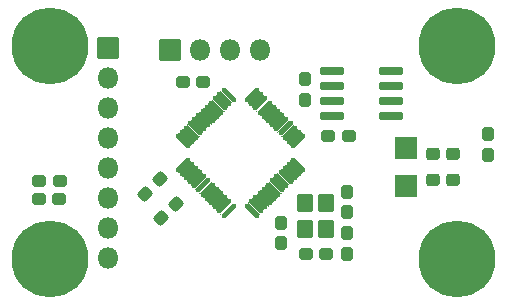
<source format=gbr>
%TF.GenerationSoftware,KiCad,Pcbnew,6.0.11+dfsg-1~bpo11+1*%
%TF.CreationDate,2023-04-29T04:06:51+00:00*%
%TF.ProjectId,slcam,736c6361-6d2e-46b6-9963-61645f706362,v0.2*%
%TF.SameCoordinates,Original*%
%TF.FileFunction,Soldermask,Bot*%
%TF.FilePolarity,Negative*%
%FSLAX46Y46*%
G04 Gerber Fmt 4.6, Leading zero omitted, Abs format (unit mm)*
G04 Created by KiCad (PCBNEW 6.0.11+dfsg-1~bpo11+1) date 2023-04-29 04:06:51*
%MOMM*%
%LPD*%
G01*
G04 APERTURE LIST*
G04 Aperture macros list*
%AMRoundRect*
0 Rectangle with rounded corners*
0 $1 Rounding radius*
0 $2 $3 $4 $5 $6 $7 $8 $9 X,Y pos of 4 corners*
0 Add a 4 corners polygon primitive as box body*
4,1,4,$2,$3,$4,$5,$6,$7,$8,$9,$2,$3,0*
0 Add four circle primitives for the rounded corners*
1,1,$1+$1,$2,$3*
1,1,$1+$1,$4,$5*
1,1,$1+$1,$6,$7*
1,1,$1+$1,$8,$9*
0 Add four rect primitives between the rounded corners*
20,1,$1+$1,$2,$3,$4,$5,0*
20,1,$1+$1,$4,$5,$6,$7,0*
20,1,$1+$1,$6,$7,$8,$9,0*
20,1,$1+$1,$8,$9,$2,$3,0*%
G04 Aperture macros list end*
%ADD10RoundRect,0.051000X-0.850000X-0.850000X0.850000X-0.850000X0.850000X0.850000X-0.850000X0.850000X0*%
%ADD11O,1.802000X1.802000*%
%ADD12RoundRect,0.051000X0.850000X-0.850000X0.850000X0.850000X-0.850000X0.850000X-0.850000X-0.850000X0*%
%ADD13C,6.502000*%
%ADD14RoundRect,0.126000X0.521491X-0.415425X-0.415425X0.521491X-0.521491X0.415425X0.415425X-0.521491X0*%
%ADD15RoundRect,0.126000X0.521491X0.415425X0.415425X0.521491X-0.521491X-0.415425X-0.415425X-0.521491X0*%
%ADD16RoundRect,0.051000X-0.600000X0.700000X-0.600000X-0.700000X0.600000X-0.700000X0.600000X0.700000X0*%
%ADD17RoundRect,0.201000X-0.825000X-0.150000X0.825000X-0.150000X0.825000X0.150000X-0.825000X0.150000X0*%
%ADD18RoundRect,0.288500X-0.237500X0.287500X-0.237500X-0.287500X0.237500X-0.287500X0.237500X0.287500X0*%
%ADD19RoundRect,0.288500X-0.035355X-0.371231X0.371231X0.035355X0.035355X0.371231X-0.371231X-0.035355X0*%
%ADD20RoundRect,0.288500X-0.287500X-0.237500X0.287500X-0.237500X0.287500X0.237500X-0.287500X0.237500X0*%
%ADD21RoundRect,0.288500X0.237500X-0.287500X0.237500X0.287500X-0.237500X0.287500X-0.237500X-0.287500X0*%
%ADD22RoundRect,0.288500X0.035355X0.371231X-0.371231X-0.035355X-0.035355X-0.371231X0.371231X0.035355X0*%
%ADD23RoundRect,0.288500X0.287500X0.237500X-0.287500X0.237500X-0.287500X-0.237500X0.287500X-0.237500X0*%
%ADD24RoundRect,0.288500X-0.300000X-0.237500X0.300000X-0.237500X0.300000X0.237500X-0.300000X0.237500X0*%
%ADD25RoundRect,0.051000X-0.900000X0.875000X-0.900000X-0.875000X0.900000X-0.875000X0.900000X0.875000X0*%
G04 APERTURE END LIST*
D10*
%TO.C,J2*%
X205790000Y-53620000D03*
D11*
X205790000Y-56160000D03*
X205790000Y-58700000D03*
X205790000Y-61240000D03*
X205790000Y-63780000D03*
X205790000Y-66320000D03*
X205790000Y-68860000D03*
X205790000Y-71400000D03*
%TD*%
D12*
%TO.C,J3*%
X211074000Y-53848000D03*
D11*
X213614000Y-53848000D03*
X216154000Y-53848000D03*
X218694000Y-53848000D03*
%TD*%
D13*
%TO.C,H1*%
X200914000Y-53440000D03*
%TD*%
%TO.C,H2*%
X200914000Y-71530000D03*
%TD*%
%TO.C,H3*%
X235360000Y-71530000D03*
%TD*%
%TO.C,H4*%
X235360000Y-53440000D03*
%TD*%
D14*
%TO.C,U1*%
X221875985Y-63510233D03*
X221522431Y-63863787D03*
X221168878Y-64217340D03*
X220815324Y-64570894D03*
X220461771Y-64924447D03*
X220108218Y-65278000D03*
X219754664Y-65631554D03*
X219401111Y-65985107D03*
X219047558Y-66338660D03*
X218694004Y-66692214D03*
X218340451Y-67045767D03*
X217986897Y-67399321D03*
D15*
X215989321Y-67399321D03*
X215635767Y-67045767D03*
X215282214Y-66692214D03*
X214928660Y-66338660D03*
X214575107Y-65985107D03*
X214221554Y-65631554D03*
X213868000Y-65278000D03*
X213514447Y-64924447D03*
X213160894Y-64570894D03*
X212807340Y-64217340D03*
X212453787Y-63863787D03*
X212100233Y-63510233D03*
D14*
X212100233Y-61512657D03*
X212453787Y-61159103D03*
X212807340Y-60805550D03*
X213160894Y-60451996D03*
X213514447Y-60098443D03*
X213868000Y-59744890D03*
X214221554Y-59391336D03*
X214575107Y-59037783D03*
X214928660Y-58684230D03*
X215282214Y-58330676D03*
X215635767Y-57977123D03*
X215989321Y-57623569D03*
D15*
X217986897Y-57623569D03*
X218340451Y-57977123D03*
X218694004Y-58330676D03*
X219047558Y-58684230D03*
X219401111Y-59037783D03*
X219754664Y-59391336D03*
X220108218Y-59744890D03*
X220461771Y-60098443D03*
X220815324Y-60451996D03*
X221168878Y-60805550D03*
X221522431Y-61159103D03*
X221875985Y-61512657D03*
%TD*%
D16*
%TO.C,Y1*%
X224204000Y-66802000D03*
X224204000Y-69002000D03*
X222504000Y-69002000D03*
X222504000Y-66802000D03*
%TD*%
D17*
%TO.C,U3*%
X224790000Y-59436000D03*
X224790000Y-58166000D03*
X224790000Y-56896000D03*
X224790000Y-55626000D03*
X229740000Y-55626000D03*
X229740000Y-56896000D03*
X229740000Y-58166000D03*
X229740000Y-59436000D03*
%TD*%
D18*
%TO.C,R4*%
X222504000Y-56286400D03*
X222504000Y-58036400D03*
%TD*%
D19*
%TO.C,R5*%
X210312000Y-68072000D03*
X211549436Y-66834564D03*
%TD*%
D20*
%TO.C,R6*%
X199926000Y-66446400D03*
X201676000Y-66446400D03*
%TD*%
%TO.C,R7*%
X199937400Y-64922400D03*
X201687400Y-64922400D03*
%TD*%
D21*
%TO.C,R8*%
X237998000Y-62710000D03*
X237998000Y-60960000D03*
%TD*%
D22*
%TO.C,C3*%
X210185000Y-64770000D03*
X208947564Y-66007436D03*
%TD*%
D20*
%TO.C,C5*%
X224409000Y-61087000D03*
X226159000Y-61087000D03*
%TD*%
D18*
%TO.C,C6*%
X220421200Y-68427600D03*
X220421200Y-70177600D03*
%TD*%
D21*
%TO.C,C7*%
X226060000Y-67564000D03*
X226060000Y-65814000D03*
%TD*%
%TO.C,C8*%
X226060000Y-71092000D03*
X226060000Y-69342000D03*
%TD*%
D20*
%TO.C,R9*%
X222532000Y-71120000D03*
X224282000Y-71120000D03*
%TD*%
D23*
%TO.C,C4*%
X213868000Y-56489600D03*
X212118000Y-56489600D03*
%TD*%
D24*
%TO.C,C9*%
X233274700Y-62636400D03*
X234999700Y-62636400D03*
%TD*%
D25*
%TO.C,Y2*%
X230993950Y-62078200D03*
X230993950Y-65328200D03*
%TD*%
D24*
%TO.C,C10*%
X233274700Y-64820800D03*
X234999700Y-64820800D03*
%TD*%
G36*
X217695503Y-66634994D02*
G01*
X217696146Y-66636108D01*
X217704436Y-66677781D01*
X217731418Y-66718163D01*
X218668055Y-67654800D01*
X218708437Y-67681782D01*
X218750110Y-67690072D01*
X218751614Y-67691391D01*
X218751224Y-67693353D01*
X218750110Y-67693996D01*
X218735089Y-67696983D01*
X218673473Y-67729213D01*
X218638110Y-67793976D01*
X218635126Y-67808980D01*
X218633807Y-67810484D01*
X218631845Y-67810094D01*
X218631202Y-67808980D01*
X218622912Y-67767307D01*
X218595930Y-67726925D01*
X217659293Y-66790288D01*
X217618911Y-66763306D01*
X217577238Y-66755016D01*
X217575734Y-66753697D01*
X217576124Y-66751735D01*
X217577238Y-66751092D01*
X217592259Y-66748105D01*
X217653875Y-66715875D01*
X217689238Y-66651112D01*
X217692222Y-66636108D01*
X217693541Y-66634604D01*
X217695503Y-66634994D01*
G37*
G36*
X216283353Y-66634994D02*
G01*
X216283996Y-66636108D01*
X216286983Y-66651129D01*
X216319213Y-66712745D01*
X216383976Y-66748108D01*
X216398980Y-66751092D01*
X216400484Y-66752411D01*
X216400094Y-66754373D01*
X216398980Y-66755016D01*
X216357307Y-66763306D01*
X216316925Y-66790288D01*
X215380288Y-67726925D01*
X215353306Y-67767307D01*
X215345016Y-67808980D01*
X215343697Y-67810484D01*
X215341735Y-67810094D01*
X215341092Y-67808980D01*
X215338105Y-67793959D01*
X215305875Y-67732343D01*
X215241112Y-67696980D01*
X215226108Y-67693996D01*
X215224604Y-67692677D01*
X215224994Y-67690715D01*
X215226108Y-67690072D01*
X215267781Y-67681782D01*
X215308163Y-67654800D01*
X216244800Y-66718163D01*
X216271782Y-66677781D01*
X216280072Y-66636108D01*
X216281391Y-66634604D01*
X216283353Y-66634994D01*
G37*
G36*
X215929800Y-66281440D02*
G01*
X215930443Y-66282554D01*
X215933430Y-66297575D01*
X215965660Y-66359191D01*
X216030423Y-66394554D01*
X216045427Y-66397538D01*
X216046931Y-66398857D01*
X216046541Y-66400819D01*
X216045427Y-66401462D01*
X216003753Y-66409752D01*
X215963371Y-66436734D01*
X215026734Y-67373371D01*
X214999752Y-67413753D01*
X214991462Y-67455427D01*
X214990143Y-67456931D01*
X214988181Y-67456541D01*
X214987538Y-67455427D01*
X214984551Y-67440406D01*
X214952321Y-67378790D01*
X214887558Y-67343427D01*
X214872554Y-67340443D01*
X214871050Y-67339124D01*
X214871440Y-67337162D01*
X214872554Y-67336519D01*
X214914228Y-67328229D01*
X214954610Y-67301247D01*
X215891247Y-66364610D01*
X215918229Y-66324228D01*
X215926519Y-66282554D01*
X215927838Y-66281050D01*
X215929800Y-66281440D01*
G37*
G36*
X218049056Y-66281440D02*
G01*
X218049699Y-66282554D01*
X218057989Y-66324228D01*
X218084971Y-66364610D01*
X219021608Y-67301247D01*
X219061990Y-67328229D01*
X219103664Y-67336519D01*
X219105168Y-67337838D01*
X219104778Y-67339800D01*
X219103664Y-67340443D01*
X219088643Y-67343430D01*
X219027027Y-67375660D01*
X218991664Y-67440423D01*
X218988680Y-67455427D01*
X218987361Y-67456931D01*
X218985399Y-67456541D01*
X218984756Y-67455427D01*
X218976466Y-67413753D01*
X218949484Y-67373371D01*
X218012847Y-66436734D01*
X217972465Y-66409752D01*
X217930791Y-66401462D01*
X217929287Y-66400143D01*
X217929677Y-66398181D01*
X217930791Y-66397538D01*
X217945812Y-66394551D01*
X218007428Y-66362321D01*
X218042791Y-66297558D01*
X218045775Y-66282554D01*
X218047094Y-66281050D01*
X218049056Y-66281440D01*
G37*
G36*
X218402610Y-65927887D02*
G01*
X218403253Y-65929001D01*
X218411543Y-65970674D01*
X218438525Y-66011056D01*
X219375162Y-66947693D01*
X219415544Y-66974675D01*
X219457217Y-66982965D01*
X219458721Y-66984284D01*
X219458331Y-66986246D01*
X219457217Y-66986889D01*
X219442196Y-66989876D01*
X219380580Y-67022106D01*
X219345217Y-67086869D01*
X219342233Y-67101873D01*
X219340914Y-67103377D01*
X219338952Y-67102987D01*
X219338309Y-67101873D01*
X219330019Y-67060200D01*
X219303037Y-67019818D01*
X218366400Y-66083181D01*
X218326018Y-66056199D01*
X218284345Y-66047909D01*
X218282841Y-66046590D01*
X218283231Y-66044628D01*
X218284345Y-66043985D01*
X218299366Y-66040998D01*
X218360982Y-66008768D01*
X218396345Y-65944005D01*
X218399329Y-65929001D01*
X218400648Y-65927497D01*
X218402610Y-65927887D01*
G37*
G36*
X215576246Y-65927887D02*
G01*
X215576889Y-65929001D01*
X215579876Y-65944022D01*
X215612106Y-66005638D01*
X215676869Y-66041001D01*
X215691873Y-66043985D01*
X215693377Y-66045304D01*
X215692987Y-66047266D01*
X215691873Y-66047909D01*
X215650200Y-66056199D01*
X215609818Y-66083181D01*
X214673181Y-67019818D01*
X214646199Y-67060200D01*
X214637909Y-67101873D01*
X214636590Y-67103377D01*
X214634628Y-67102987D01*
X214633985Y-67101873D01*
X214630998Y-67086852D01*
X214598768Y-67025236D01*
X214534005Y-66989873D01*
X214519001Y-66986889D01*
X214517497Y-66985570D01*
X214517887Y-66983608D01*
X214519001Y-66982965D01*
X214560674Y-66974675D01*
X214601056Y-66947693D01*
X215537693Y-66011056D01*
X215564675Y-65970674D01*
X215572965Y-65929001D01*
X215574284Y-65927497D01*
X215576246Y-65927887D01*
G37*
G36*
X215222693Y-65574333D02*
G01*
X215223336Y-65575447D01*
X215226323Y-65590468D01*
X215258553Y-65652084D01*
X215323316Y-65687447D01*
X215338320Y-65690431D01*
X215339824Y-65691750D01*
X215339434Y-65693712D01*
X215338320Y-65694355D01*
X215296646Y-65702645D01*
X215256264Y-65729627D01*
X214319627Y-66666264D01*
X214292645Y-66706646D01*
X214284355Y-66748320D01*
X214283036Y-66749824D01*
X214281074Y-66749434D01*
X214280431Y-66748320D01*
X214277444Y-66733299D01*
X214245214Y-66671683D01*
X214180451Y-66636320D01*
X214165447Y-66633336D01*
X214163943Y-66632017D01*
X214164333Y-66630055D01*
X214165447Y-66629412D01*
X214207121Y-66621122D01*
X214247503Y-66594140D01*
X215184140Y-65657503D01*
X215211122Y-65617121D01*
X215219412Y-65575447D01*
X215220731Y-65573943D01*
X215222693Y-65574333D01*
G37*
G36*
X218756163Y-65574333D02*
G01*
X218756806Y-65575447D01*
X218765096Y-65617121D01*
X218792078Y-65657503D01*
X219728715Y-66594140D01*
X219769097Y-66621122D01*
X219810771Y-66629412D01*
X219812275Y-66630731D01*
X219811885Y-66632693D01*
X219810771Y-66633336D01*
X219795750Y-66636323D01*
X219734134Y-66668553D01*
X219698771Y-66733316D01*
X219695787Y-66748320D01*
X219694468Y-66749824D01*
X219692506Y-66749434D01*
X219691863Y-66748320D01*
X219683573Y-66706646D01*
X219656591Y-66666264D01*
X218719954Y-65729627D01*
X218679572Y-65702645D01*
X218637898Y-65694355D01*
X218636394Y-65693036D01*
X218636784Y-65691074D01*
X218637898Y-65690431D01*
X218652919Y-65687444D01*
X218714535Y-65655214D01*
X218749898Y-65590451D01*
X218752882Y-65575447D01*
X218754201Y-65573943D01*
X218756163Y-65574333D01*
G37*
G36*
X214869140Y-65220780D02*
G01*
X214869783Y-65221894D01*
X214872770Y-65236915D01*
X214905000Y-65298531D01*
X214969763Y-65333894D01*
X214984767Y-65336878D01*
X214986271Y-65338197D01*
X214985881Y-65340159D01*
X214984767Y-65340802D01*
X214943093Y-65349092D01*
X214902711Y-65376074D01*
X213966074Y-66312711D01*
X213939092Y-66353093D01*
X213930802Y-66394767D01*
X213929483Y-66396271D01*
X213927521Y-66395881D01*
X213926878Y-66394767D01*
X213923891Y-66379746D01*
X213891661Y-66318130D01*
X213826898Y-66282767D01*
X213811894Y-66279783D01*
X213810390Y-66278464D01*
X213810780Y-66276502D01*
X213811894Y-66275859D01*
X213853568Y-66267569D01*
X213893950Y-66240587D01*
X214830587Y-65303950D01*
X214857569Y-65263568D01*
X214865859Y-65221894D01*
X214867178Y-65220390D01*
X214869140Y-65220780D01*
G37*
G36*
X219109716Y-65220780D02*
G01*
X219110359Y-65221894D01*
X219118649Y-65263568D01*
X219145631Y-65303950D01*
X220082268Y-66240587D01*
X220122650Y-66267569D01*
X220164324Y-66275859D01*
X220165828Y-66277178D01*
X220165438Y-66279140D01*
X220164324Y-66279783D01*
X220149303Y-66282770D01*
X220087687Y-66315000D01*
X220052324Y-66379763D01*
X220049340Y-66394767D01*
X220048021Y-66396271D01*
X220046059Y-66395881D01*
X220045416Y-66394767D01*
X220037126Y-66353093D01*
X220010144Y-66312711D01*
X219073507Y-65376074D01*
X219033125Y-65349092D01*
X218991451Y-65340802D01*
X218989947Y-65339483D01*
X218990337Y-65337521D01*
X218991451Y-65336878D01*
X219006472Y-65333891D01*
X219068088Y-65301661D01*
X219103451Y-65236898D01*
X219106435Y-65221894D01*
X219107754Y-65220390D01*
X219109716Y-65220780D01*
G37*
G36*
X214515586Y-64867227D02*
G01*
X214516229Y-64868341D01*
X214519216Y-64883362D01*
X214551446Y-64944978D01*
X214616209Y-64980341D01*
X214631213Y-64983325D01*
X214632717Y-64984644D01*
X214632327Y-64986606D01*
X214631213Y-64987249D01*
X214589540Y-64995539D01*
X214549158Y-65022521D01*
X213612521Y-65959158D01*
X213585539Y-65999540D01*
X213577249Y-66041213D01*
X213575930Y-66042717D01*
X213573968Y-66042327D01*
X213573325Y-66041213D01*
X213570338Y-66026192D01*
X213538108Y-65964576D01*
X213473345Y-65929213D01*
X213458341Y-65926229D01*
X213456837Y-65924910D01*
X213457227Y-65922948D01*
X213458341Y-65922305D01*
X213500014Y-65914015D01*
X213540396Y-65887033D01*
X214477033Y-64950396D01*
X214504015Y-64910014D01*
X214512305Y-64868341D01*
X214513624Y-64866837D01*
X214515586Y-64867227D01*
G37*
G36*
X219463270Y-64867227D02*
G01*
X219463913Y-64868341D01*
X219472203Y-64910014D01*
X219499185Y-64950396D01*
X220435822Y-65887033D01*
X220476204Y-65914015D01*
X220517877Y-65922305D01*
X220519381Y-65923624D01*
X220518991Y-65925586D01*
X220517877Y-65926229D01*
X220502856Y-65929216D01*
X220441240Y-65961446D01*
X220405877Y-66026209D01*
X220402893Y-66041213D01*
X220401574Y-66042717D01*
X220399612Y-66042327D01*
X220398969Y-66041213D01*
X220390679Y-65999540D01*
X220363697Y-65959158D01*
X219427060Y-65022521D01*
X219386678Y-64995539D01*
X219345005Y-64987249D01*
X219343501Y-64985930D01*
X219343891Y-64983968D01*
X219345005Y-64983325D01*
X219360026Y-64980338D01*
X219421642Y-64948108D01*
X219457005Y-64883345D01*
X219459989Y-64868341D01*
X219461308Y-64866837D01*
X219463270Y-64867227D01*
G37*
G36*
X219816823Y-64513673D02*
G01*
X219817466Y-64514787D01*
X219825756Y-64556461D01*
X219852738Y-64596843D01*
X220789375Y-65533480D01*
X220829757Y-65560462D01*
X220871431Y-65568752D01*
X220872935Y-65570071D01*
X220872545Y-65572033D01*
X220871431Y-65572676D01*
X220856410Y-65575663D01*
X220794794Y-65607893D01*
X220759431Y-65672656D01*
X220756447Y-65687660D01*
X220755128Y-65689164D01*
X220753166Y-65688774D01*
X220752523Y-65687660D01*
X220744233Y-65645986D01*
X220717251Y-65605604D01*
X219780614Y-64668967D01*
X219740232Y-64641985D01*
X219698558Y-64633695D01*
X219697054Y-64632376D01*
X219697444Y-64630414D01*
X219698558Y-64629771D01*
X219713579Y-64626784D01*
X219775195Y-64594554D01*
X219810558Y-64529791D01*
X219813542Y-64514787D01*
X219814861Y-64513283D01*
X219816823Y-64513673D01*
G37*
G36*
X214162033Y-64513673D02*
G01*
X214162676Y-64514787D01*
X214165663Y-64529808D01*
X214197893Y-64591424D01*
X214262656Y-64626787D01*
X214277660Y-64629771D01*
X214279164Y-64631090D01*
X214278774Y-64633052D01*
X214277660Y-64633695D01*
X214235986Y-64641985D01*
X214195604Y-64668967D01*
X213258967Y-65605604D01*
X213231985Y-65645986D01*
X213223695Y-65687660D01*
X213222376Y-65689164D01*
X213220414Y-65688774D01*
X213219771Y-65687660D01*
X213216784Y-65672639D01*
X213184554Y-65611023D01*
X213119791Y-65575660D01*
X213104787Y-65572676D01*
X213103283Y-65571357D01*
X213103673Y-65569395D01*
X213104787Y-65568752D01*
X213146461Y-65560462D01*
X213186843Y-65533480D01*
X214123480Y-64596843D01*
X214150462Y-64556461D01*
X214158752Y-64514787D01*
X214160071Y-64513283D01*
X214162033Y-64513673D01*
G37*
G36*
X213808480Y-64160120D02*
G01*
X213809123Y-64161234D01*
X213812110Y-64176255D01*
X213844340Y-64237871D01*
X213909103Y-64273234D01*
X213924107Y-64276218D01*
X213925611Y-64277537D01*
X213925221Y-64279499D01*
X213924107Y-64280142D01*
X213882433Y-64288432D01*
X213842051Y-64315414D01*
X212905414Y-65252051D01*
X212878432Y-65292433D01*
X212870142Y-65334107D01*
X212868823Y-65335611D01*
X212866861Y-65335221D01*
X212866218Y-65334107D01*
X212863231Y-65319086D01*
X212831001Y-65257470D01*
X212766238Y-65222107D01*
X212751234Y-65219123D01*
X212749730Y-65217804D01*
X212750120Y-65215842D01*
X212751234Y-65215199D01*
X212792908Y-65206909D01*
X212833290Y-65179927D01*
X213769927Y-64243290D01*
X213796909Y-64202908D01*
X213805199Y-64161234D01*
X213806518Y-64159730D01*
X213808480Y-64160120D01*
G37*
G36*
X220170376Y-64160120D02*
G01*
X220171019Y-64161234D01*
X220179309Y-64202908D01*
X220206291Y-64243290D01*
X221142928Y-65179927D01*
X221183310Y-65206909D01*
X221224984Y-65215199D01*
X221226488Y-65216518D01*
X221226098Y-65218480D01*
X221224984Y-65219123D01*
X221209963Y-65222110D01*
X221148347Y-65254340D01*
X221112984Y-65319103D01*
X221110000Y-65334107D01*
X221108681Y-65335611D01*
X221106719Y-65335221D01*
X221106076Y-65334107D01*
X221097786Y-65292433D01*
X221070804Y-65252051D01*
X220134167Y-64315414D01*
X220093785Y-64288432D01*
X220052111Y-64280142D01*
X220050607Y-64278823D01*
X220050997Y-64276861D01*
X220052111Y-64276218D01*
X220067132Y-64273231D01*
X220128748Y-64241001D01*
X220164111Y-64176238D01*
X220167095Y-64161234D01*
X220168414Y-64159730D01*
X220170376Y-64160120D01*
G37*
G36*
X220523930Y-63806567D02*
G01*
X220524573Y-63807681D01*
X220532863Y-63849354D01*
X220559845Y-63889736D01*
X221496482Y-64826373D01*
X221536864Y-64853355D01*
X221578537Y-64861645D01*
X221580041Y-64862964D01*
X221579651Y-64864926D01*
X221578537Y-64865569D01*
X221563516Y-64868556D01*
X221501900Y-64900786D01*
X221466537Y-64965549D01*
X221463553Y-64980553D01*
X221462234Y-64982057D01*
X221460272Y-64981667D01*
X221459629Y-64980553D01*
X221451339Y-64938880D01*
X221424357Y-64898498D01*
X220487720Y-63961861D01*
X220447338Y-63934879D01*
X220405665Y-63926589D01*
X220404161Y-63925270D01*
X220404551Y-63923308D01*
X220405665Y-63922665D01*
X220420686Y-63919678D01*
X220482302Y-63887448D01*
X220517665Y-63822685D01*
X220520649Y-63807681D01*
X220521968Y-63806177D01*
X220523930Y-63806567D01*
G37*
G36*
X213454926Y-63806567D02*
G01*
X213455569Y-63807681D01*
X213458556Y-63822702D01*
X213490786Y-63884318D01*
X213555549Y-63919681D01*
X213570553Y-63922665D01*
X213572057Y-63923984D01*
X213571667Y-63925946D01*
X213570553Y-63926589D01*
X213528880Y-63934879D01*
X213488498Y-63961861D01*
X212551861Y-64898498D01*
X212524879Y-64938880D01*
X212516589Y-64980553D01*
X212515270Y-64982057D01*
X212513308Y-64981667D01*
X212512665Y-64980553D01*
X212509678Y-64965532D01*
X212477448Y-64903916D01*
X212412685Y-64868553D01*
X212397681Y-64865569D01*
X212396177Y-64864250D01*
X212396567Y-64862288D01*
X212397681Y-64861645D01*
X212439354Y-64853355D01*
X212479736Y-64826373D01*
X213416373Y-63889736D01*
X213443355Y-63849354D01*
X213451645Y-63807681D01*
X213452964Y-63806177D01*
X213454926Y-63806567D01*
G37*
G36*
X220877483Y-63453013D02*
G01*
X220878126Y-63454127D01*
X220886416Y-63495801D01*
X220913398Y-63536183D01*
X221850035Y-64472820D01*
X221890417Y-64499802D01*
X221932091Y-64508092D01*
X221933595Y-64509411D01*
X221933205Y-64511373D01*
X221932091Y-64512016D01*
X221917070Y-64515003D01*
X221855454Y-64547233D01*
X221820091Y-64611996D01*
X221817107Y-64627000D01*
X221815788Y-64628504D01*
X221813826Y-64628114D01*
X221813183Y-64627000D01*
X221804893Y-64585326D01*
X221777911Y-64544944D01*
X220841274Y-63608307D01*
X220800892Y-63581325D01*
X220759218Y-63573035D01*
X220757714Y-63571716D01*
X220758104Y-63569754D01*
X220759218Y-63569111D01*
X220774239Y-63566124D01*
X220835855Y-63533894D01*
X220871218Y-63469131D01*
X220874202Y-63454127D01*
X220875521Y-63452623D01*
X220877483Y-63453013D01*
G37*
G36*
X213101373Y-63453013D02*
G01*
X213102016Y-63454127D01*
X213105003Y-63469148D01*
X213137233Y-63530764D01*
X213201996Y-63566127D01*
X213217000Y-63569111D01*
X213218504Y-63570430D01*
X213218114Y-63572392D01*
X213217000Y-63573035D01*
X213175326Y-63581325D01*
X213134944Y-63608307D01*
X212198307Y-64544944D01*
X212171325Y-64585326D01*
X212163035Y-64627000D01*
X212161716Y-64628504D01*
X212159754Y-64628114D01*
X212159111Y-64627000D01*
X212156124Y-64611979D01*
X212123894Y-64550363D01*
X212059131Y-64515000D01*
X212044127Y-64512016D01*
X212042623Y-64510697D01*
X212043013Y-64508735D01*
X212044127Y-64508092D01*
X212085801Y-64499802D01*
X212126183Y-64472820D01*
X213062820Y-63536183D01*
X213089802Y-63495801D01*
X213098092Y-63454127D01*
X213099411Y-63452623D01*
X213101373Y-63453013D01*
G37*
G36*
X221231037Y-63099460D02*
G01*
X221231680Y-63100574D01*
X221239970Y-63142247D01*
X221266952Y-63182629D01*
X222203589Y-64119266D01*
X222243971Y-64146248D01*
X222285644Y-64154538D01*
X222287148Y-64155857D01*
X222286758Y-64157819D01*
X222285644Y-64158462D01*
X222270623Y-64161449D01*
X222209007Y-64193679D01*
X222173644Y-64258442D01*
X222170660Y-64273446D01*
X222169341Y-64274950D01*
X222167379Y-64274560D01*
X222166736Y-64273446D01*
X222158446Y-64231773D01*
X222131464Y-64191391D01*
X221194827Y-63254754D01*
X221154445Y-63227772D01*
X221112772Y-63219482D01*
X221111268Y-63218163D01*
X221111658Y-63216201D01*
X221112772Y-63215558D01*
X221127793Y-63212571D01*
X221189409Y-63180341D01*
X221224772Y-63115578D01*
X221227756Y-63100574D01*
X221229075Y-63099070D01*
X221231037Y-63099460D01*
G37*
G36*
X212747819Y-63099460D02*
G01*
X212748462Y-63100574D01*
X212751449Y-63115595D01*
X212783679Y-63177211D01*
X212848442Y-63212574D01*
X212863446Y-63215558D01*
X212864950Y-63216877D01*
X212864560Y-63218839D01*
X212863446Y-63219482D01*
X212821773Y-63227772D01*
X212781391Y-63254754D01*
X211844754Y-64191391D01*
X211817772Y-64231773D01*
X211809482Y-64273446D01*
X211808163Y-64274950D01*
X211806201Y-64274560D01*
X211805558Y-64273446D01*
X211802571Y-64258425D01*
X211770341Y-64196809D01*
X211705578Y-64161446D01*
X211690574Y-64158462D01*
X211689070Y-64157143D01*
X211689460Y-64155181D01*
X211690574Y-64154538D01*
X211732247Y-64146248D01*
X211772629Y-64119266D01*
X212709266Y-63182629D01*
X212736248Y-63142247D01*
X212744538Y-63100574D01*
X212745857Y-63099070D01*
X212747819Y-63099460D01*
G37*
G36*
X211808839Y-60748330D02*
G01*
X211809482Y-60749444D01*
X211817772Y-60791117D01*
X211844754Y-60831499D01*
X212781391Y-61768136D01*
X212821773Y-61795118D01*
X212863446Y-61803408D01*
X212864950Y-61804727D01*
X212864560Y-61806689D01*
X212863446Y-61807332D01*
X212848425Y-61810319D01*
X212786809Y-61842549D01*
X212751446Y-61907312D01*
X212748462Y-61922316D01*
X212747143Y-61923820D01*
X212745181Y-61923430D01*
X212744538Y-61922316D01*
X212736248Y-61880643D01*
X212709266Y-61840261D01*
X211772629Y-60903624D01*
X211732247Y-60876642D01*
X211690574Y-60868352D01*
X211689070Y-60867033D01*
X211689460Y-60865071D01*
X211690574Y-60864428D01*
X211705595Y-60861441D01*
X211767211Y-60829211D01*
X211802574Y-60764448D01*
X211805558Y-60749444D01*
X211806877Y-60747940D01*
X211808839Y-60748330D01*
G37*
G36*
X222170017Y-60748330D02*
G01*
X222170660Y-60749444D01*
X222173647Y-60764465D01*
X222205877Y-60826081D01*
X222270640Y-60861444D01*
X222285644Y-60864428D01*
X222287148Y-60865747D01*
X222286758Y-60867709D01*
X222285644Y-60868352D01*
X222243971Y-60876642D01*
X222203589Y-60903624D01*
X221266952Y-61840261D01*
X221239970Y-61880643D01*
X221231680Y-61922316D01*
X221230361Y-61923820D01*
X221228399Y-61923430D01*
X221227756Y-61922316D01*
X221224769Y-61907295D01*
X221192539Y-61845679D01*
X221127776Y-61810316D01*
X221112772Y-61807332D01*
X221111268Y-61806013D01*
X221111658Y-61804051D01*
X221112772Y-61803408D01*
X221154445Y-61795118D01*
X221194827Y-61768136D01*
X222131464Y-60831499D01*
X222158446Y-60791117D01*
X222166736Y-60749444D01*
X222168055Y-60747940D01*
X222170017Y-60748330D01*
G37*
G36*
X212162392Y-60394776D02*
G01*
X212163035Y-60395890D01*
X212171325Y-60437564D01*
X212198307Y-60477946D01*
X213134944Y-61414583D01*
X213175326Y-61441565D01*
X213217000Y-61449855D01*
X213218504Y-61451174D01*
X213218114Y-61453136D01*
X213217000Y-61453779D01*
X213201979Y-61456766D01*
X213140363Y-61488996D01*
X213105000Y-61553759D01*
X213102016Y-61568763D01*
X213100697Y-61570267D01*
X213098735Y-61569877D01*
X213098092Y-61568763D01*
X213089802Y-61527089D01*
X213062820Y-61486707D01*
X212126183Y-60550070D01*
X212085801Y-60523088D01*
X212044127Y-60514798D01*
X212042623Y-60513479D01*
X212043013Y-60511517D01*
X212044127Y-60510874D01*
X212059148Y-60507887D01*
X212120764Y-60475657D01*
X212156127Y-60410894D01*
X212159111Y-60395890D01*
X212160430Y-60394386D01*
X212162392Y-60394776D01*
G37*
G36*
X221816464Y-60394776D02*
G01*
X221817107Y-60395890D01*
X221820094Y-60410911D01*
X221852324Y-60472527D01*
X221917087Y-60507890D01*
X221932091Y-60510874D01*
X221933595Y-60512193D01*
X221933205Y-60514155D01*
X221932091Y-60514798D01*
X221890417Y-60523088D01*
X221850035Y-60550070D01*
X220913398Y-61486707D01*
X220886416Y-61527089D01*
X220878126Y-61568763D01*
X220876807Y-61570267D01*
X220874845Y-61569877D01*
X220874202Y-61568763D01*
X220871215Y-61553742D01*
X220838985Y-61492126D01*
X220774222Y-61456763D01*
X220759218Y-61453779D01*
X220757714Y-61452460D01*
X220758104Y-61450498D01*
X220759218Y-61449855D01*
X220800892Y-61441565D01*
X220841274Y-61414583D01*
X221777911Y-60477946D01*
X221804893Y-60437564D01*
X221813183Y-60395890D01*
X221814502Y-60394386D01*
X221816464Y-60394776D01*
G37*
G36*
X221462910Y-60041223D02*
G01*
X221463553Y-60042337D01*
X221466540Y-60057358D01*
X221498770Y-60118974D01*
X221563533Y-60154337D01*
X221578537Y-60157321D01*
X221580041Y-60158640D01*
X221579651Y-60160602D01*
X221578537Y-60161245D01*
X221536864Y-60169535D01*
X221496482Y-60196517D01*
X220559845Y-61133154D01*
X220532863Y-61173536D01*
X220524573Y-61215209D01*
X220523254Y-61216713D01*
X220521292Y-61216323D01*
X220520649Y-61215209D01*
X220517662Y-61200188D01*
X220485432Y-61138572D01*
X220420669Y-61103209D01*
X220405665Y-61100225D01*
X220404161Y-61098906D01*
X220404551Y-61096944D01*
X220405665Y-61096301D01*
X220447338Y-61088011D01*
X220487720Y-61061029D01*
X221424357Y-60124392D01*
X221451339Y-60084010D01*
X221459629Y-60042337D01*
X221460948Y-60040833D01*
X221462910Y-60041223D01*
G37*
G36*
X212515946Y-60041223D02*
G01*
X212516589Y-60042337D01*
X212524879Y-60084010D01*
X212551861Y-60124392D01*
X213488498Y-61061029D01*
X213528880Y-61088011D01*
X213570553Y-61096301D01*
X213572057Y-61097620D01*
X213571667Y-61099582D01*
X213570553Y-61100225D01*
X213555532Y-61103212D01*
X213493916Y-61135442D01*
X213458553Y-61200205D01*
X213455569Y-61215209D01*
X213454250Y-61216713D01*
X213452288Y-61216323D01*
X213451645Y-61215209D01*
X213443355Y-61173536D01*
X213416373Y-61133154D01*
X212479736Y-60196517D01*
X212439354Y-60169535D01*
X212397681Y-60161245D01*
X212396177Y-60159926D01*
X212396567Y-60157964D01*
X212397681Y-60157321D01*
X212412702Y-60154334D01*
X212474318Y-60122104D01*
X212509681Y-60057341D01*
X212512665Y-60042337D01*
X212513984Y-60040833D01*
X212515946Y-60041223D01*
G37*
G36*
X212869499Y-59687669D02*
G01*
X212870142Y-59688783D01*
X212878432Y-59730457D01*
X212905414Y-59770839D01*
X213842051Y-60707476D01*
X213882433Y-60734458D01*
X213924107Y-60742748D01*
X213925611Y-60744067D01*
X213925221Y-60746029D01*
X213924107Y-60746672D01*
X213909086Y-60749659D01*
X213847470Y-60781889D01*
X213812107Y-60846652D01*
X213809123Y-60861656D01*
X213807804Y-60863160D01*
X213805842Y-60862770D01*
X213805199Y-60861656D01*
X213796909Y-60819982D01*
X213769927Y-60779600D01*
X212833290Y-59842963D01*
X212792908Y-59815981D01*
X212751234Y-59807691D01*
X212749730Y-59806372D01*
X212750120Y-59804410D01*
X212751234Y-59803767D01*
X212766255Y-59800780D01*
X212827871Y-59768550D01*
X212863234Y-59703787D01*
X212866218Y-59688783D01*
X212867537Y-59687279D01*
X212869499Y-59687669D01*
G37*
G36*
X221109357Y-59687669D02*
G01*
X221110000Y-59688783D01*
X221112987Y-59703804D01*
X221145217Y-59765420D01*
X221209980Y-59800783D01*
X221224984Y-59803767D01*
X221226488Y-59805086D01*
X221226098Y-59807048D01*
X221224984Y-59807691D01*
X221183310Y-59815981D01*
X221142928Y-59842963D01*
X220206291Y-60779600D01*
X220179309Y-60819982D01*
X220171019Y-60861656D01*
X220169700Y-60863160D01*
X220167738Y-60862770D01*
X220167095Y-60861656D01*
X220164108Y-60846635D01*
X220131878Y-60785019D01*
X220067115Y-60749656D01*
X220052111Y-60746672D01*
X220050607Y-60745353D01*
X220050997Y-60743391D01*
X220052111Y-60742748D01*
X220093785Y-60734458D01*
X220134167Y-60707476D01*
X221070804Y-59770839D01*
X221097786Y-59730457D01*
X221106076Y-59688783D01*
X221107395Y-59687279D01*
X221109357Y-59687669D01*
G37*
G36*
X213223052Y-59334116D02*
G01*
X213223695Y-59335230D01*
X213231985Y-59376904D01*
X213258967Y-59417286D01*
X214195604Y-60353923D01*
X214235986Y-60380905D01*
X214277660Y-60389195D01*
X214279164Y-60390514D01*
X214278774Y-60392476D01*
X214277660Y-60393119D01*
X214262639Y-60396106D01*
X214201023Y-60428336D01*
X214165660Y-60493099D01*
X214162676Y-60508103D01*
X214161357Y-60509607D01*
X214159395Y-60509217D01*
X214158752Y-60508103D01*
X214150462Y-60466429D01*
X214123480Y-60426047D01*
X213186843Y-59489410D01*
X213146461Y-59462428D01*
X213104787Y-59454138D01*
X213103283Y-59452819D01*
X213103673Y-59450857D01*
X213104787Y-59450214D01*
X213119808Y-59447227D01*
X213181424Y-59414997D01*
X213216787Y-59350234D01*
X213219771Y-59335230D01*
X213221090Y-59333726D01*
X213223052Y-59334116D01*
G37*
G36*
X220755804Y-59334116D02*
G01*
X220756447Y-59335230D01*
X220759434Y-59350251D01*
X220791664Y-59411867D01*
X220856427Y-59447230D01*
X220871431Y-59450214D01*
X220872935Y-59451533D01*
X220872545Y-59453495D01*
X220871431Y-59454138D01*
X220829757Y-59462428D01*
X220789375Y-59489410D01*
X219852738Y-60426047D01*
X219825756Y-60466429D01*
X219817466Y-60508103D01*
X219816147Y-60509607D01*
X219814185Y-60509217D01*
X219813542Y-60508103D01*
X219810555Y-60493082D01*
X219778325Y-60431466D01*
X219713562Y-60396103D01*
X219698558Y-60393119D01*
X219697054Y-60391800D01*
X219697444Y-60389838D01*
X219698558Y-60389195D01*
X219740232Y-60380905D01*
X219780614Y-60353923D01*
X220717251Y-59417286D01*
X220744233Y-59376904D01*
X220752523Y-59335230D01*
X220753842Y-59333726D01*
X220755804Y-59334116D01*
G37*
G36*
X220402250Y-58980563D02*
G01*
X220402893Y-58981677D01*
X220405880Y-58996698D01*
X220438110Y-59058314D01*
X220502873Y-59093677D01*
X220517877Y-59096661D01*
X220519381Y-59097980D01*
X220518991Y-59099942D01*
X220517877Y-59100585D01*
X220476204Y-59108875D01*
X220435822Y-59135857D01*
X219499185Y-60072494D01*
X219472203Y-60112876D01*
X219463913Y-60154549D01*
X219462594Y-60156053D01*
X219460632Y-60155663D01*
X219459989Y-60154549D01*
X219457002Y-60139528D01*
X219424772Y-60077912D01*
X219360009Y-60042549D01*
X219345005Y-60039565D01*
X219343501Y-60038246D01*
X219343891Y-60036284D01*
X219345005Y-60035641D01*
X219386678Y-60027351D01*
X219427060Y-60000369D01*
X220363697Y-59063732D01*
X220390679Y-59023350D01*
X220398969Y-58981677D01*
X220400288Y-58980173D01*
X220402250Y-58980563D01*
G37*
G36*
X213576606Y-58980563D02*
G01*
X213577249Y-58981677D01*
X213585539Y-59023350D01*
X213612521Y-59063732D01*
X214549158Y-60000369D01*
X214589540Y-60027351D01*
X214631213Y-60035641D01*
X214632717Y-60036960D01*
X214632327Y-60038922D01*
X214631213Y-60039565D01*
X214616192Y-60042552D01*
X214554576Y-60074782D01*
X214519213Y-60139545D01*
X214516229Y-60154549D01*
X214514910Y-60156053D01*
X214512948Y-60155663D01*
X214512305Y-60154549D01*
X214504015Y-60112876D01*
X214477033Y-60072494D01*
X213540396Y-59135857D01*
X213500014Y-59108875D01*
X213458341Y-59100585D01*
X213456837Y-59099266D01*
X213457227Y-59097304D01*
X213458341Y-59096661D01*
X213473362Y-59093674D01*
X213534978Y-59061444D01*
X213570341Y-58996681D01*
X213573325Y-58981677D01*
X213574644Y-58980173D01*
X213576606Y-58980563D01*
G37*
G36*
X213930159Y-58627009D02*
G01*
X213930802Y-58628123D01*
X213939092Y-58669797D01*
X213966074Y-58710179D01*
X214902711Y-59646816D01*
X214943093Y-59673798D01*
X214984767Y-59682088D01*
X214986271Y-59683407D01*
X214985881Y-59685369D01*
X214984767Y-59686012D01*
X214969746Y-59688999D01*
X214908130Y-59721229D01*
X214872767Y-59785992D01*
X214869783Y-59800996D01*
X214868464Y-59802500D01*
X214866502Y-59802110D01*
X214865859Y-59800996D01*
X214857569Y-59759322D01*
X214830587Y-59718940D01*
X213893950Y-58782303D01*
X213853568Y-58755321D01*
X213811894Y-58747031D01*
X213810390Y-58745712D01*
X213810780Y-58743750D01*
X213811894Y-58743107D01*
X213826915Y-58740120D01*
X213888531Y-58707890D01*
X213923894Y-58643127D01*
X213926878Y-58628123D01*
X213928197Y-58626619D01*
X213930159Y-58627009D01*
G37*
G36*
X220048697Y-58627009D02*
G01*
X220049340Y-58628123D01*
X220052327Y-58643144D01*
X220084557Y-58704760D01*
X220149320Y-58740123D01*
X220164324Y-58743107D01*
X220165828Y-58744426D01*
X220165438Y-58746388D01*
X220164324Y-58747031D01*
X220122650Y-58755321D01*
X220082268Y-58782303D01*
X219145631Y-59718940D01*
X219118649Y-59759322D01*
X219110359Y-59800996D01*
X219109040Y-59802500D01*
X219107078Y-59802110D01*
X219106435Y-59800996D01*
X219103448Y-59785975D01*
X219071218Y-59724359D01*
X219006455Y-59688996D01*
X218991451Y-59686012D01*
X218989947Y-59684693D01*
X218990337Y-59682731D01*
X218991451Y-59682088D01*
X219033125Y-59673798D01*
X219073507Y-59646816D01*
X220010144Y-58710179D01*
X220037126Y-58669797D01*
X220045416Y-58628123D01*
X220046735Y-58626619D01*
X220048697Y-58627009D01*
G37*
G36*
X219695144Y-58273456D02*
G01*
X219695787Y-58274570D01*
X219698774Y-58289591D01*
X219731004Y-58351207D01*
X219795767Y-58386570D01*
X219810771Y-58389554D01*
X219812275Y-58390873D01*
X219811885Y-58392835D01*
X219810771Y-58393478D01*
X219769097Y-58401768D01*
X219728715Y-58428750D01*
X218792078Y-59365387D01*
X218765096Y-59405769D01*
X218756806Y-59447443D01*
X218755487Y-59448947D01*
X218753525Y-59448557D01*
X218752882Y-59447443D01*
X218749895Y-59432422D01*
X218717665Y-59370806D01*
X218652902Y-59335443D01*
X218637898Y-59332459D01*
X218636394Y-59331140D01*
X218636784Y-59329178D01*
X218637898Y-59328535D01*
X218679572Y-59320245D01*
X218719954Y-59293263D01*
X219656591Y-58356626D01*
X219683573Y-58316244D01*
X219691863Y-58274570D01*
X219693182Y-58273066D01*
X219695144Y-58273456D01*
G37*
G36*
X214283712Y-58273456D02*
G01*
X214284355Y-58274570D01*
X214292645Y-58316244D01*
X214319627Y-58356626D01*
X215256264Y-59293263D01*
X215296646Y-59320245D01*
X215338320Y-59328535D01*
X215339824Y-59329854D01*
X215339434Y-59331816D01*
X215338320Y-59332459D01*
X215323299Y-59335446D01*
X215261683Y-59367676D01*
X215226320Y-59432439D01*
X215223336Y-59447443D01*
X215222017Y-59448947D01*
X215220055Y-59448557D01*
X215219412Y-59447443D01*
X215211122Y-59405769D01*
X215184140Y-59365387D01*
X214247503Y-58428750D01*
X214207121Y-58401768D01*
X214165447Y-58393478D01*
X214163943Y-58392159D01*
X214164333Y-58390197D01*
X214165447Y-58389554D01*
X214180468Y-58386567D01*
X214242084Y-58354337D01*
X214277447Y-58289574D01*
X214280431Y-58274570D01*
X214281750Y-58273066D01*
X214283712Y-58273456D01*
G37*
G36*
X214637266Y-57919903D02*
G01*
X214637909Y-57921017D01*
X214646199Y-57962690D01*
X214673181Y-58003072D01*
X215609818Y-58939709D01*
X215650200Y-58966691D01*
X215691873Y-58974981D01*
X215693377Y-58976300D01*
X215692987Y-58978262D01*
X215691873Y-58978905D01*
X215676852Y-58981892D01*
X215615236Y-59014122D01*
X215579873Y-59078885D01*
X215576889Y-59093889D01*
X215575570Y-59095393D01*
X215573608Y-59095003D01*
X215572965Y-59093889D01*
X215564675Y-59052216D01*
X215537693Y-59011834D01*
X214601056Y-58075197D01*
X214560674Y-58048215D01*
X214519001Y-58039925D01*
X214517497Y-58038606D01*
X214517887Y-58036644D01*
X214519001Y-58036001D01*
X214534022Y-58033014D01*
X214595638Y-58000784D01*
X214631001Y-57936021D01*
X214633985Y-57921017D01*
X214635304Y-57919513D01*
X214637266Y-57919903D01*
G37*
G36*
X219341590Y-57919903D02*
G01*
X219342233Y-57921017D01*
X219345220Y-57936038D01*
X219377450Y-57997654D01*
X219442213Y-58033017D01*
X219457217Y-58036001D01*
X219458721Y-58037320D01*
X219458331Y-58039282D01*
X219457217Y-58039925D01*
X219415544Y-58048215D01*
X219375162Y-58075197D01*
X218438525Y-59011834D01*
X218411543Y-59052216D01*
X218403253Y-59093889D01*
X218401934Y-59095393D01*
X218399972Y-59095003D01*
X218399329Y-59093889D01*
X218396342Y-59078868D01*
X218364112Y-59017252D01*
X218299349Y-58981889D01*
X218284345Y-58978905D01*
X218282841Y-58977586D01*
X218283231Y-58975624D01*
X218284345Y-58974981D01*
X218326018Y-58966691D01*
X218366400Y-58939709D01*
X219303037Y-58003072D01*
X219330019Y-57962690D01*
X219338309Y-57921017D01*
X219339628Y-57919513D01*
X219341590Y-57919903D01*
G37*
G36*
X218988037Y-57566349D02*
G01*
X218988680Y-57567463D01*
X218991667Y-57582484D01*
X219023897Y-57644100D01*
X219088660Y-57679463D01*
X219103664Y-57682447D01*
X219105168Y-57683766D01*
X219104778Y-57685728D01*
X219103664Y-57686371D01*
X219061990Y-57694661D01*
X219021608Y-57721643D01*
X218084971Y-58658280D01*
X218057989Y-58698662D01*
X218049699Y-58740336D01*
X218048380Y-58741840D01*
X218046418Y-58741450D01*
X218045775Y-58740336D01*
X218042788Y-58725315D01*
X218010558Y-58663699D01*
X217945795Y-58628336D01*
X217930791Y-58625352D01*
X217929287Y-58624033D01*
X217929677Y-58622071D01*
X217930791Y-58621428D01*
X217972465Y-58613138D01*
X218012847Y-58586156D01*
X218949484Y-57649519D01*
X218976466Y-57609137D01*
X218984756Y-57567463D01*
X218986075Y-57565959D01*
X218988037Y-57566349D01*
G37*
G36*
X214990819Y-57566349D02*
G01*
X214991462Y-57567463D01*
X214999752Y-57609137D01*
X215026734Y-57649519D01*
X215963371Y-58586156D01*
X216003753Y-58613138D01*
X216045427Y-58621428D01*
X216046931Y-58622747D01*
X216046541Y-58624709D01*
X216045427Y-58625352D01*
X216030406Y-58628339D01*
X215968790Y-58660569D01*
X215933427Y-58725332D01*
X215930443Y-58740336D01*
X215929124Y-58741840D01*
X215927162Y-58741450D01*
X215926519Y-58740336D01*
X215918229Y-58698662D01*
X215891247Y-58658280D01*
X214954610Y-57721643D01*
X214914228Y-57694661D01*
X214872554Y-57686371D01*
X214871050Y-57685052D01*
X214871440Y-57683090D01*
X214872554Y-57682447D01*
X214887575Y-57679460D01*
X214949191Y-57647230D01*
X214984554Y-57582467D01*
X214987538Y-57567463D01*
X214988857Y-57565959D01*
X214990819Y-57566349D01*
G37*
G36*
X215344373Y-57212796D02*
G01*
X215345016Y-57213910D01*
X215353306Y-57255583D01*
X215380288Y-57295965D01*
X216316925Y-58232602D01*
X216357307Y-58259584D01*
X216398980Y-58267874D01*
X216400484Y-58269193D01*
X216400094Y-58271155D01*
X216398980Y-58271798D01*
X216383959Y-58274785D01*
X216322343Y-58307015D01*
X216286980Y-58371778D01*
X216283996Y-58386782D01*
X216282677Y-58388286D01*
X216280715Y-58387896D01*
X216280072Y-58386782D01*
X216271782Y-58345109D01*
X216244800Y-58304727D01*
X215308163Y-57368090D01*
X215267781Y-57341108D01*
X215226108Y-57332818D01*
X215224604Y-57331499D01*
X215224994Y-57329537D01*
X215226108Y-57328894D01*
X215241129Y-57325907D01*
X215302745Y-57293677D01*
X215338108Y-57228914D01*
X215341092Y-57213910D01*
X215342411Y-57212406D01*
X215344373Y-57212796D01*
G37*
G36*
X218634483Y-57212796D02*
G01*
X218635126Y-57213910D01*
X218638113Y-57228931D01*
X218670343Y-57290547D01*
X218735106Y-57325910D01*
X218750110Y-57328894D01*
X218751614Y-57330213D01*
X218751224Y-57332175D01*
X218750110Y-57332818D01*
X218708437Y-57341108D01*
X218668055Y-57368090D01*
X217731418Y-58304727D01*
X217704436Y-58345109D01*
X217696146Y-58386782D01*
X217694827Y-58388286D01*
X217692865Y-58387896D01*
X217692222Y-58386782D01*
X217689235Y-58371761D01*
X217657005Y-58310145D01*
X217592242Y-58274782D01*
X217577238Y-58271798D01*
X217575734Y-58270479D01*
X217576124Y-58268517D01*
X217577238Y-58267874D01*
X217618911Y-58259584D01*
X217659293Y-58232602D01*
X218595930Y-57295965D01*
X218622912Y-57255583D01*
X218631202Y-57213910D01*
X218632521Y-57212406D01*
X218634483Y-57212796D01*
G37*
M02*

</source>
